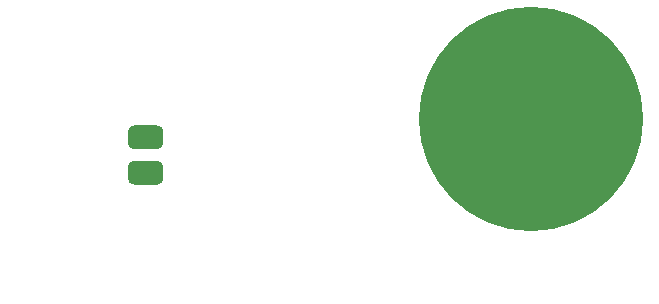
<source format=gbr>
%TF.GenerationSoftware,KiCad,Pcbnew,5.1.9*%
%TF.CreationDate,2021-05-01T17:54:34+02:00*%
%TF.ProjectId,LiPo_Circuit,4c69506f-5f43-4697-9263-7569742e6b69,rev?*%
%TF.SameCoordinates,Original*%
%TF.FileFunction,Paste,Bot*%
%TF.FilePolarity,Positive*%
%FSLAX46Y46*%
G04 Gerber Fmt 4.6, Leading zero omitted, Abs format (unit mm)*
G04 Created by KiCad (PCBNEW 5.1.9) date 2021-05-01 17:54:34*
%MOMM*%
%LPD*%
G01*
G04 APERTURE LIST*
%ADD10C,19.000000*%
G04 APERTURE END LIST*
D10*
%TO.C,BatDummy1*%
X156083000Y-118999000D03*
%TD*%
%TO.C,BT1*%
G36*
G01*
X121944000Y-124023000D02*
X121944000Y-123023000D01*
G75*
G02*
X122444000Y-122523000I500000J0D01*
G01*
X124444000Y-122523000D01*
G75*
G02*
X124944000Y-123023000I0J-500000D01*
G01*
X124944000Y-124023000D01*
G75*
G02*
X124444000Y-124523000I-500000J0D01*
G01*
X122444000Y-124523000D01*
G75*
G02*
X121944000Y-124023000I0J500000D01*
G01*
G37*
G36*
G01*
X121944000Y-121023000D02*
X121944000Y-120023000D01*
G75*
G02*
X122444000Y-119523000I500000J0D01*
G01*
X124444000Y-119523000D01*
G75*
G02*
X124944000Y-120023000I0J-500000D01*
G01*
X124944000Y-121023000D01*
G75*
G02*
X124444000Y-121523000I-500000J0D01*
G01*
X122444000Y-121523000D01*
G75*
G02*
X121944000Y-121023000I0J500000D01*
G01*
G37*
%TD*%
M02*

</source>
